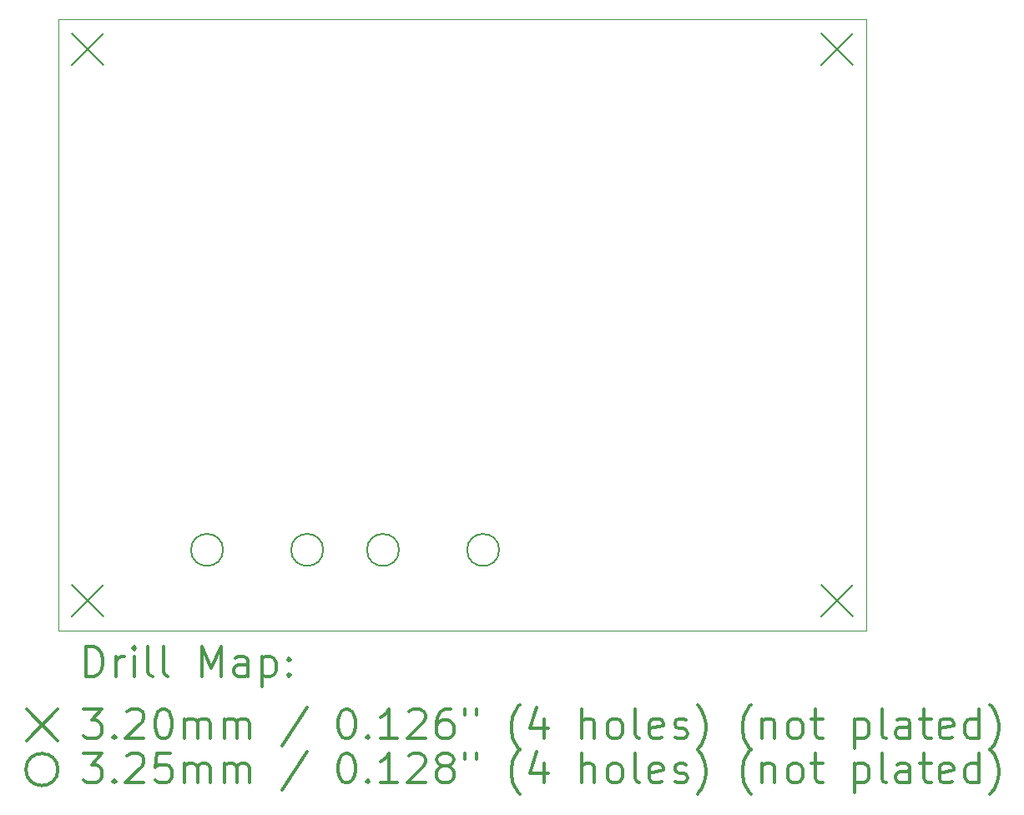
<source format=gbr>
%FSLAX45Y45*%
G04 Gerber Fmt 4.5, Leading zero omitted, Abs format (unit mm)*
G04 Created by KiCad (PCBNEW (5.1.9)-1) date 2021-11-26 16:10:08*
%MOMM*%
%LPD*%
G01*
G04 APERTURE LIST*
%TA.AperFunction,Profile*%
%ADD10C,0.050000*%
%TD*%
%ADD11C,0.200000*%
%ADD12C,0.300000*%
G04 APERTURE END LIST*
D10*
X19400000Y-13200000D02*
X11200000Y-13200000D01*
X11200000Y-13200000D02*
X11200000Y-7000000D01*
X11200000Y-7000000D02*
X19400000Y-7000000D01*
X19400000Y-7000000D02*
X19400000Y-13200000D01*
D11*
X11340000Y-7140000D02*
X11660000Y-7460000D01*
X11660000Y-7140000D02*
X11340000Y-7460000D01*
X11340000Y-12740000D02*
X11660000Y-13060000D01*
X11660000Y-12740000D02*
X11340000Y-13060000D01*
X18940000Y-7140000D02*
X19260000Y-7460000D01*
X19260000Y-7140000D02*
X18940000Y-7460000D01*
X18940000Y-12740000D02*
X19260000Y-13060000D01*
X19260000Y-12740000D02*
X18940000Y-13060000D01*
X12872560Y-12384000D02*
G75*
G03*
X12872560Y-12384000I-162560J0D01*
G01*
X13888560Y-12384000D02*
G75*
G03*
X13888560Y-12384000I-162560J0D01*
G01*
X14657660Y-12384360D02*
G75*
G03*
X14657660Y-12384360I-162560J0D01*
G01*
X15673660Y-12384360D02*
G75*
G03*
X15673660Y-12384360I-162560J0D01*
G01*
D12*
X11483928Y-13668214D02*
X11483928Y-13368214D01*
X11555357Y-13368214D01*
X11598214Y-13382500D01*
X11626786Y-13411071D01*
X11641071Y-13439643D01*
X11655357Y-13496786D01*
X11655357Y-13539643D01*
X11641071Y-13596786D01*
X11626786Y-13625357D01*
X11598214Y-13653929D01*
X11555357Y-13668214D01*
X11483928Y-13668214D01*
X11783928Y-13668214D02*
X11783928Y-13468214D01*
X11783928Y-13525357D02*
X11798214Y-13496786D01*
X11812500Y-13482500D01*
X11841071Y-13468214D01*
X11869643Y-13468214D01*
X11969643Y-13668214D02*
X11969643Y-13468214D01*
X11969643Y-13368214D02*
X11955357Y-13382500D01*
X11969643Y-13396786D01*
X11983928Y-13382500D01*
X11969643Y-13368214D01*
X11969643Y-13396786D01*
X12155357Y-13668214D02*
X12126786Y-13653929D01*
X12112500Y-13625357D01*
X12112500Y-13368214D01*
X12312500Y-13668214D02*
X12283928Y-13653929D01*
X12269643Y-13625357D01*
X12269643Y-13368214D01*
X12655357Y-13668214D02*
X12655357Y-13368214D01*
X12755357Y-13582500D01*
X12855357Y-13368214D01*
X12855357Y-13668214D01*
X13126786Y-13668214D02*
X13126786Y-13511071D01*
X13112500Y-13482500D01*
X13083928Y-13468214D01*
X13026786Y-13468214D01*
X12998214Y-13482500D01*
X13126786Y-13653929D02*
X13098214Y-13668214D01*
X13026786Y-13668214D01*
X12998214Y-13653929D01*
X12983928Y-13625357D01*
X12983928Y-13596786D01*
X12998214Y-13568214D01*
X13026786Y-13553929D01*
X13098214Y-13553929D01*
X13126786Y-13539643D01*
X13269643Y-13468214D02*
X13269643Y-13768214D01*
X13269643Y-13482500D02*
X13298214Y-13468214D01*
X13355357Y-13468214D01*
X13383928Y-13482500D01*
X13398214Y-13496786D01*
X13412500Y-13525357D01*
X13412500Y-13611071D01*
X13398214Y-13639643D01*
X13383928Y-13653929D01*
X13355357Y-13668214D01*
X13298214Y-13668214D01*
X13269643Y-13653929D01*
X13541071Y-13639643D02*
X13555357Y-13653929D01*
X13541071Y-13668214D01*
X13526786Y-13653929D01*
X13541071Y-13639643D01*
X13541071Y-13668214D01*
X13541071Y-13482500D02*
X13555357Y-13496786D01*
X13541071Y-13511071D01*
X13526786Y-13496786D01*
X13541071Y-13482500D01*
X13541071Y-13511071D01*
X10877500Y-14002500D02*
X11197500Y-14322500D01*
X11197500Y-14002500D02*
X10877500Y-14322500D01*
X11455357Y-13998214D02*
X11641071Y-13998214D01*
X11541071Y-14112500D01*
X11583928Y-14112500D01*
X11612500Y-14126786D01*
X11626786Y-14141071D01*
X11641071Y-14169643D01*
X11641071Y-14241071D01*
X11626786Y-14269643D01*
X11612500Y-14283929D01*
X11583928Y-14298214D01*
X11498214Y-14298214D01*
X11469643Y-14283929D01*
X11455357Y-14269643D01*
X11769643Y-14269643D02*
X11783928Y-14283929D01*
X11769643Y-14298214D01*
X11755357Y-14283929D01*
X11769643Y-14269643D01*
X11769643Y-14298214D01*
X11898214Y-14026786D02*
X11912500Y-14012500D01*
X11941071Y-13998214D01*
X12012500Y-13998214D01*
X12041071Y-14012500D01*
X12055357Y-14026786D01*
X12069643Y-14055357D01*
X12069643Y-14083929D01*
X12055357Y-14126786D01*
X11883928Y-14298214D01*
X12069643Y-14298214D01*
X12255357Y-13998214D02*
X12283928Y-13998214D01*
X12312500Y-14012500D01*
X12326786Y-14026786D01*
X12341071Y-14055357D01*
X12355357Y-14112500D01*
X12355357Y-14183929D01*
X12341071Y-14241071D01*
X12326786Y-14269643D01*
X12312500Y-14283929D01*
X12283928Y-14298214D01*
X12255357Y-14298214D01*
X12226786Y-14283929D01*
X12212500Y-14269643D01*
X12198214Y-14241071D01*
X12183928Y-14183929D01*
X12183928Y-14112500D01*
X12198214Y-14055357D01*
X12212500Y-14026786D01*
X12226786Y-14012500D01*
X12255357Y-13998214D01*
X12483928Y-14298214D02*
X12483928Y-14098214D01*
X12483928Y-14126786D02*
X12498214Y-14112500D01*
X12526786Y-14098214D01*
X12569643Y-14098214D01*
X12598214Y-14112500D01*
X12612500Y-14141071D01*
X12612500Y-14298214D01*
X12612500Y-14141071D02*
X12626786Y-14112500D01*
X12655357Y-14098214D01*
X12698214Y-14098214D01*
X12726786Y-14112500D01*
X12741071Y-14141071D01*
X12741071Y-14298214D01*
X12883928Y-14298214D02*
X12883928Y-14098214D01*
X12883928Y-14126786D02*
X12898214Y-14112500D01*
X12926786Y-14098214D01*
X12969643Y-14098214D01*
X12998214Y-14112500D01*
X13012500Y-14141071D01*
X13012500Y-14298214D01*
X13012500Y-14141071D02*
X13026786Y-14112500D01*
X13055357Y-14098214D01*
X13098214Y-14098214D01*
X13126786Y-14112500D01*
X13141071Y-14141071D01*
X13141071Y-14298214D01*
X13726786Y-13983929D02*
X13469643Y-14369643D01*
X14112500Y-13998214D02*
X14141071Y-13998214D01*
X14169643Y-14012500D01*
X14183928Y-14026786D01*
X14198214Y-14055357D01*
X14212500Y-14112500D01*
X14212500Y-14183929D01*
X14198214Y-14241071D01*
X14183928Y-14269643D01*
X14169643Y-14283929D01*
X14141071Y-14298214D01*
X14112500Y-14298214D01*
X14083928Y-14283929D01*
X14069643Y-14269643D01*
X14055357Y-14241071D01*
X14041071Y-14183929D01*
X14041071Y-14112500D01*
X14055357Y-14055357D01*
X14069643Y-14026786D01*
X14083928Y-14012500D01*
X14112500Y-13998214D01*
X14341071Y-14269643D02*
X14355357Y-14283929D01*
X14341071Y-14298214D01*
X14326786Y-14283929D01*
X14341071Y-14269643D01*
X14341071Y-14298214D01*
X14641071Y-14298214D02*
X14469643Y-14298214D01*
X14555357Y-14298214D02*
X14555357Y-13998214D01*
X14526786Y-14041071D01*
X14498214Y-14069643D01*
X14469643Y-14083929D01*
X14755357Y-14026786D02*
X14769643Y-14012500D01*
X14798214Y-13998214D01*
X14869643Y-13998214D01*
X14898214Y-14012500D01*
X14912500Y-14026786D01*
X14926786Y-14055357D01*
X14926786Y-14083929D01*
X14912500Y-14126786D01*
X14741071Y-14298214D01*
X14926786Y-14298214D01*
X15183928Y-13998214D02*
X15126786Y-13998214D01*
X15098214Y-14012500D01*
X15083928Y-14026786D01*
X15055357Y-14069643D01*
X15041071Y-14126786D01*
X15041071Y-14241071D01*
X15055357Y-14269643D01*
X15069643Y-14283929D01*
X15098214Y-14298214D01*
X15155357Y-14298214D01*
X15183928Y-14283929D01*
X15198214Y-14269643D01*
X15212500Y-14241071D01*
X15212500Y-14169643D01*
X15198214Y-14141071D01*
X15183928Y-14126786D01*
X15155357Y-14112500D01*
X15098214Y-14112500D01*
X15069643Y-14126786D01*
X15055357Y-14141071D01*
X15041071Y-14169643D01*
X15326786Y-13998214D02*
X15326786Y-14055357D01*
X15441071Y-13998214D02*
X15441071Y-14055357D01*
X15883928Y-14412500D02*
X15869643Y-14398214D01*
X15841071Y-14355357D01*
X15826786Y-14326786D01*
X15812500Y-14283929D01*
X15798214Y-14212500D01*
X15798214Y-14155357D01*
X15812500Y-14083929D01*
X15826786Y-14041071D01*
X15841071Y-14012500D01*
X15869643Y-13969643D01*
X15883928Y-13955357D01*
X16126786Y-14098214D02*
X16126786Y-14298214D01*
X16055357Y-13983929D02*
X15983928Y-14198214D01*
X16169643Y-14198214D01*
X16512500Y-14298214D02*
X16512500Y-13998214D01*
X16641071Y-14298214D02*
X16641071Y-14141071D01*
X16626786Y-14112500D01*
X16598214Y-14098214D01*
X16555357Y-14098214D01*
X16526786Y-14112500D01*
X16512500Y-14126786D01*
X16826786Y-14298214D02*
X16798214Y-14283929D01*
X16783928Y-14269643D01*
X16769643Y-14241071D01*
X16769643Y-14155357D01*
X16783928Y-14126786D01*
X16798214Y-14112500D01*
X16826786Y-14098214D01*
X16869643Y-14098214D01*
X16898214Y-14112500D01*
X16912500Y-14126786D01*
X16926786Y-14155357D01*
X16926786Y-14241071D01*
X16912500Y-14269643D01*
X16898214Y-14283929D01*
X16869643Y-14298214D01*
X16826786Y-14298214D01*
X17098214Y-14298214D02*
X17069643Y-14283929D01*
X17055357Y-14255357D01*
X17055357Y-13998214D01*
X17326786Y-14283929D02*
X17298214Y-14298214D01*
X17241071Y-14298214D01*
X17212500Y-14283929D01*
X17198214Y-14255357D01*
X17198214Y-14141071D01*
X17212500Y-14112500D01*
X17241071Y-14098214D01*
X17298214Y-14098214D01*
X17326786Y-14112500D01*
X17341071Y-14141071D01*
X17341071Y-14169643D01*
X17198214Y-14198214D01*
X17455357Y-14283929D02*
X17483928Y-14298214D01*
X17541071Y-14298214D01*
X17569643Y-14283929D01*
X17583928Y-14255357D01*
X17583928Y-14241071D01*
X17569643Y-14212500D01*
X17541071Y-14198214D01*
X17498214Y-14198214D01*
X17469643Y-14183929D01*
X17455357Y-14155357D01*
X17455357Y-14141071D01*
X17469643Y-14112500D01*
X17498214Y-14098214D01*
X17541071Y-14098214D01*
X17569643Y-14112500D01*
X17683928Y-14412500D02*
X17698214Y-14398214D01*
X17726786Y-14355357D01*
X17741071Y-14326786D01*
X17755357Y-14283929D01*
X17769643Y-14212500D01*
X17769643Y-14155357D01*
X17755357Y-14083929D01*
X17741071Y-14041071D01*
X17726786Y-14012500D01*
X17698214Y-13969643D01*
X17683928Y-13955357D01*
X18226786Y-14412500D02*
X18212500Y-14398214D01*
X18183928Y-14355357D01*
X18169643Y-14326786D01*
X18155357Y-14283929D01*
X18141071Y-14212500D01*
X18141071Y-14155357D01*
X18155357Y-14083929D01*
X18169643Y-14041071D01*
X18183928Y-14012500D01*
X18212500Y-13969643D01*
X18226786Y-13955357D01*
X18341071Y-14098214D02*
X18341071Y-14298214D01*
X18341071Y-14126786D02*
X18355357Y-14112500D01*
X18383928Y-14098214D01*
X18426786Y-14098214D01*
X18455357Y-14112500D01*
X18469643Y-14141071D01*
X18469643Y-14298214D01*
X18655357Y-14298214D02*
X18626786Y-14283929D01*
X18612500Y-14269643D01*
X18598214Y-14241071D01*
X18598214Y-14155357D01*
X18612500Y-14126786D01*
X18626786Y-14112500D01*
X18655357Y-14098214D01*
X18698214Y-14098214D01*
X18726786Y-14112500D01*
X18741071Y-14126786D01*
X18755357Y-14155357D01*
X18755357Y-14241071D01*
X18741071Y-14269643D01*
X18726786Y-14283929D01*
X18698214Y-14298214D01*
X18655357Y-14298214D01*
X18841071Y-14098214D02*
X18955357Y-14098214D01*
X18883928Y-13998214D02*
X18883928Y-14255357D01*
X18898214Y-14283929D01*
X18926786Y-14298214D01*
X18955357Y-14298214D01*
X19283928Y-14098214D02*
X19283928Y-14398214D01*
X19283928Y-14112500D02*
X19312500Y-14098214D01*
X19369643Y-14098214D01*
X19398214Y-14112500D01*
X19412500Y-14126786D01*
X19426786Y-14155357D01*
X19426786Y-14241071D01*
X19412500Y-14269643D01*
X19398214Y-14283929D01*
X19369643Y-14298214D01*
X19312500Y-14298214D01*
X19283928Y-14283929D01*
X19598214Y-14298214D02*
X19569643Y-14283929D01*
X19555357Y-14255357D01*
X19555357Y-13998214D01*
X19841071Y-14298214D02*
X19841071Y-14141071D01*
X19826786Y-14112500D01*
X19798214Y-14098214D01*
X19741071Y-14098214D01*
X19712500Y-14112500D01*
X19841071Y-14283929D02*
X19812500Y-14298214D01*
X19741071Y-14298214D01*
X19712500Y-14283929D01*
X19698214Y-14255357D01*
X19698214Y-14226786D01*
X19712500Y-14198214D01*
X19741071Y-14183929D01*
X19812500Y-14183929D01*
X19841071Y-14169643D01*
X19941071Y-14098214D02*
X20055357Y-14098214D01*
X19983928Y-13998214D02*
X19983928Y-14255357D01*
X19998214Y-14283929D01*
X20026786Y-14298214D01*
X20055357Y-14298214D01*
X20269643Y-14283929D02*
X20241071Y-14298214D01*
X20183928Y-14298214D01*
X20155357Y-14283929D01*
X20141071Y-14255357D01*
X20141071Y-14141071D01*
X20155357Y-14112500D01*
X20183928Y-14098214D01*
X20241071Y-14098214D01*
X20269643Y-14112500D01*
X20283928Y-14141071D01*
X20283928Y-14169643D01*
X20141071Y-14198214D01*
X20541071Y-14298214D02*
X20541071Y-13998214D01*
X20541071Y-14283929D02*
X20512500Y-14298214D01*
X20455357Y-14298214D01*
X20426786Y-14283929D01*
X20412500Y-14269643D01*
X20398214Y-14241071D01*
X20398214Y-14155357D01*
X20412500Y-14126786D01*
X20426786Y-14112500D01*
X20455357Y-14098214D01*
X20512500Y-14098214D01*
X20541071Y-14112500D01*
X20655357Y-14412500D02*
X20669643Y-14398214D01*
X20698214Y-14355357D01*
X20712500Y-14326786D01*
X20726786Y-14283929D01*
X20741071Y-14212500D01*
X20741071Y-14155357D01*
X20726786Y-14083929D01*
X20712500Y-14041071D01*
X20698214Y-14012500D01*
X20669643Y-13969643D01*
X20655357Y-13955357D01*
X11197500Y-14612500D02*
G75*
G03*
X11197500Y-14612500I-162560J0D01*
G01*
X11455357Y-14448214D02*
X11641071Y-14448214D01*
X11541071Y-14562500D01*
X11583928Y-14562500D01*
X11612500Y-14576786D01*
X11626786Y-14591071D01*
X11641071Y-14619643D01*
X11641071Y-14691071D01*
X11626786Y-14719643D01*
X11612500Y-14733929D01*
X11583928Y-14748214D01*
X11498214Y-14748214D01*
X11469643Y-14733929D01*
X11455357Y-14719643D01*
X11769643Y-14719643D02*
X11783928Y-14733929D01*
X11769643Y-14748214D01*
X11755357Y-14733929D01*
X11769643Y-14719643D01*
X11769643Y-14748214D01*
X11898214Y-14476786D02*
X11912500Y-14462500D01*
X11941071Y-14448214D01*
X12012500Y-14448214D01*
X12041071Y-14462500D01*
X12055357Y-14476786D01*
X12069643Y-14505357D01*
X12069643Y-14533929D01*
X12055357Y-14576786D01*
X11883928Y-14748214D01*
X12069643Y-14748214D01*
X12341071Y-14448214D02*
X12198214Y-14448214D01*
X12183928Y-14591071D01*
X12198214Y-14576786D01*
X12226786Y-14562500D01*
X12298214Y-14562500D01*
X12326786Y-14576786D01*
X12341071Y-14591071D01*
X12355357Y-14619643D01*
X12355357Y-14691071D01*
X12341071Y-14719643D01*
X12326786Y-14733929D01*
X12298214Y-14748214D01*
X12226786Y-14748214D01*
X12198214Y-14733929D01*
X12183928Y-14719643D01*
X12483928Y-14748214D02*
X12483928Y-14548214D01*
X12483928Y-14576786D02*
X12498214Y-14562500D01*
X12526786Y-14548214D01*
X12569643Y-14548214D01*
X12598214Y-14562500D01*
X12612500Y-14591071D01*
X12612500Y-14748214D01*
X12612500Y-14591071D02*
X12626786Y-14562500D01*
X12655357Y-14548214D01*
X12698214Y-14548214D01*
X12726786Y-14562500D01*
X12741071Y-14591071D01*
X12741071Y-14748214D01*
X12883928Y-14748214D02*
X12883928Y-14548214D01*
X12883928Y-14576786D02*
X12898214Y-14562500D01*
X12926786Y-14548214D01*
X12969643Y-14548214D01*
X12998214Y-14562500D01*
X13012500Y-14591071D01*
X13012500Y-14748214D01*
X13012500Y-14591071D02*
X13026786Y-14562500D01*
X13055357Y-14548214D01*
X13098214Y-14548214D01*
X13126786Y-14562500D01*
X13141071Y-14591071D01*
X13141071Y-14748214D01*
X13726786Y-14433929D02*
X13469643Y-14819643D01*
X14112500Y-14448214D02*
X14141071Y-14448214D01*
X14169643Y-14462500D01*
X14183928Y-14476786D01*
X14198214Y-14505357D01*
X14212500Y-14562500D01*
X14212500Y-14633929D01*
X14198214Y-14691071D01*
X14183928Y-14719643D01*
X14169643Y-14733929D01*
X14141071Y-14748214D01*
X14112500Y-14748214D01*
X14083928Y-14733929D01*
X14069643Y-14719643D01*
X14055357Y-14691071D01*
X14041071Y-14633929D01*
X14041071Y-14562500D01*
X14055357Y-14505357D01*
X14069643Y-14476786D01*
X14083928Y-14462500D01*
X14112500Y-14448214D01*
X14341071Y-14719643D02*
X14355357Y-14733929D01*
X14341071Y-14748214D01*
X14326786Y-14733929D01*
X14341071Y-14719643D01*
X14341071Y-14748214D01*
X14641071Y-14748214D02*
X14469643Y-14748214D01*
X14555357Y-14748214D02*
X14555357Y-14448214D01*
X14526786Y-14491071D01*
X14498214Y-14519643D01*
X14469643Y-14533929D01*
X14755357Y-14476786D02*
X14769643Y-14462500D01*
X14798214Y-14448214D01*
X14869643Y-14448214D01*
X14898214Y-14462500D01*
X14912500Y-14476786D01*
X14926786Y-14505357D01*
X14926786Y-14533929D01*
X14912500Y-14576786D01*
X14741071Y-14748214D01*
X14926786Y-14748214D01*
X15098214Y-14576786D02*
X15069643Y-14562500D01*
X15055357Y-14548214D01*
X15041071Y-14519643D01*
X15041071Y-14505357D01*
X15055357Y-14476786D01*
X15069643Y-14462500D01*
X15098214Y-14448214D01*
X15155357Y-14448214D01*
X15183928Y-14462500D01*
X15198214Y-14476786D01*
X15212500Y-14505357D01*
X15212500Y-14519643D01*
X15198214Y-14548214D01*
X15183928Y-14562500D01*
X15155357Y-14576786D01*
X15098214Y-14576786D01*
X15069643Y-14591071D01*
X15055357Y-14605357D01*
X15041071Y-14633929D01*
X15041071Y-14691071D01*
X15055357Y-14719643D01*
X15069643Y-14733929D01*
X15098214Y-14748214D01*
X15155357Y-14748214D01*
X15183928Y-14733929D01*
X15198214Y-14719643D01*
X15212500Y-14691071D01*
X15212500Y-14633929D01*
X15198214Y-14605357D01*
X15183928Y-14591071D01*
X15155357Y-14576786D01*
X15326786Y-14448214D02*
X15326786Y-14505357D01*
X15441071Y-14448214D02*
X15441071Y-14505357D01*
X15883928Y-14862500D02*
X15869643Y-14848214D01*
X15841071Y-14805357D01*
X15826786Y-14776786D01*
X15812500Y-14733929D01*
X15798214Y-14662500D01*
X15798214Y-14605357D01*
X15812500Y-14533929D01*
X15826786Y-14491071D01*
X15841071Y-14462500D01*
X15869643Y-14419643D01*
X15883928Y-14405357D01*
X16126786Y-14548214D02*
X16126786Y-14748214D01*
X16055357Y-14433929D02*
X15983928Y-14648214D01*
X16169643Y-14648214D01*
X16512500Y-14748214D02*
X16512500Y-14448214D01*
X16641071Y-14748214D02*
X16641071Y-14591071D01*
X16626786Y-14562500D01*
X16598214Y-14548214D01*
X16555357Y-14548214D01*
X16526786Y-14562500D01*
X16512500Y-14576786D01*
X16826786Y-14748214D02*
X16798214Y-14733929D01*
X16783928Y-14719643D01*
X16769643Y-14691071D01*
X16769643Y-14605357D01*
X16783928Y-14576786D01*
X16798214Y-14562500D01*
X16826786Y-14548214D01*
X16869643Y-14548214D01*
X16898214Y-14562500D01*
X16912500Y-14576786D01*
X16926786Y-14605357D01*
X16926786Y-14691071D01*
X16912500Y-14719643D01*
X16898214Y-14733929D01*
X16869643Y-14748214D01*
X16826786Y-14748214D01*
X17098214Y-14748214D02*
X17069643Y-14733929D01*
X17055357Y-14705357D01*
X17055357Y-14448214D01*
X17326786Y-14733929D02*
X17298214Y-14748214D01*
X17241071Y-14748214D01*
X17212500Y-14733929D01*
X17198214Y-14705357D01*
X17198214Y-14591071D01*
X17212500Y-14562500D01*
X17241071Y-14548214D01*
X17298214Y-14548214D01*
X17326786Y-14562500D01*
X17341071Y-14591071D01*
X17341071Y-14619643D01*
X17198214Y-14648214D01*
X17455357Y-14733929D02*
X17483928Y-14748214D01*
X17541071Y-14748214D01*
X17569643Y-14733929D01*
X17583928Y-14705357D01*
X17583928Y-14691071D01*
X17569643Y-14662500D01*
X17541071Y-14648214D01*
X17498214Y-14648214D01*
X17469643Y-14633929D01*
X17455357Y-14605357D01*
X17455357Y-14591071D01*
X17469643Y-14562500D01*
X17498214Y-14548214D01*
X17541071Y-14548214D01*
X17569643Y-14562500D01*
X17683928Y-14862500D02*
X17698214Y-14848214D01*
X17726786Y-14805357D01*
X17741071Y-14776786D01*
X17755357Y-14733929D01*
X17769643Y-14662500D01*
X17769643Y-14605357D01*
X17755357Y-14533929D01*
X17741071Y-14491071D01*
X17726786Y-14462500D01*
X17698214Y-14419643D01*
X17683928Y-14405357D01*
X18226786Y-14862500D02*
X18212500Y-14848214D01*
X18183928Y-14805357D01*
X18169643Y-14776786D01*
X18155357Y-14733929D01*
X18141071Y-14662500D01*
X18141071Y-14605357D01*
X18155357Y-14533929D01*
X18169643Y-14491071D01*
X18183928Y-14462500D01*
X18212500Y-14419643D01*
X18226786Y-14405357D01*
X18341071Y-14548214D02*
X18341071Y-14748214D01*
X18341071Y-14576786D02*
X18355357Y-14562500D01*
X18383928Y-14548214D01*
X18426786Y-14548214D01*
X18455357Y-14562500D01*
X18469643Y-14591071D01*
X18469643Y-14748214D01*
X18655357Y-14748214D02*
X18626786Y-14733929D01*
X18612500Y-14719643D01*
X18598214Y-14691071D01*
X18598214Y-14605357D01*
X18612500Y-14576786D01*
X18626786Y-14562500D01*
X18655357Y-14548214D01*
X18698214Y-14548214D01*
X18726786Y-14562500D01*
X18741071Y-14576786D01*
X18755357Y-14605357D01*
X18755357Y-14691071D01*
X18741071Y-14719643D01*
X18726786Y-14733929D01*
X18698214Y-14748214D01*
X18655357Y-14748214D01*
X18841071Y-14548214D02*
X18955357Y-14548214D01*
X18883928Y-14448214D02*
X18883928Y-14705357D01*
X18898214Y-14733929D01*
X18926786Y-14748214D01*
X18955357Y-14748214D01*
X19283928Y-14548214D02*
X19283928Y-14848214D01*
X19283928Y-14562500D02*
X19312500Y-14548214D01*
X19369643Y-14548214D01*
X19398214Y-14562500D01*
X19412500Y-14576786D01*
X19426786Y-14605357D01*
X19426786Y-14691071D01*
X19412500Y-14719643D01*
X19398214Y-14733929D01*
X19369643Y-14748214D01*
X19312500Y-14748214D01*
X19283928Y-14733929D01*
X19598214Y-14748214D02*
X19569643Y-14733929D01*
X19555357Y-14705357D01*
X19555357Y-14448214D01*
X19841071Y-14748214D02*
X19841071Y-14591071D01*
X19826786Y-14562500D01*
X19798214Y-14548214D01*
X19741071Y-14548214D01*
X19712500Y-14562500D01*
X19841071Y-14733929D02*
X19812500Y-14748214D01*
X19741071Y-14748214D01*
X19712500Y-14733929D01*
X19698214Y-14705357D01*
X19698214Y-14676786D01*
X19712500Y-14648214D01*
X19741071Y-14633929D01*
X19812500Y-14633929D01*
X19841071Y-14619643D01*
X19941071Y-14548214D02*
X20055357Y-14548214D01*
X19983928Y-14448214D02*
X19983928Y-14705357D01*
X19998214Y-14733929D01*
X20026786Y-14748214D01*
X20055357Y-14748214D01*
X20269643Y-14733929D02*
X20241071Y-14748214D01*
X20183928Y-14748214D01*
X20155357Y-14733929D01*
X20141071Y-14705357D01*
X20141071Y-14591071D01*
X20155357Y-14562500D01*
X20183928Y-14548214D01*
X20241071Y-14548214D01*
X20269643Y-14562500D01*
X20283928Y-14591071D01*
X20283928Y-14619643D01*
X20141071Y-14648214D01*
X20541071Y-14748214D02*
X20541071Y-14448214D01*
X20541071Y-14733929D02*
X20512500Y-14748214D01*
X20455357Y-14748214D01*
X20426786Y-14733929D01*
X20412500Y-14719643D01*
X20398214Y-14691071D01*
X20398214Y-14605357D01*
X20412500Y-14576786D01*
X20426786Y-14562500D01*
X20455357Y-14548214D01*
X20512500Y-14548214D01*
X20541071Y-14562500D01*
X20655357Y-14862500D02*
X20669643Y-14848214D01*
X20698214Y-14805357D01*
X20712500Y-14776786D01*
X20726786Y-14733929D01*
X20741071Y-14662500D01*
X20741071Y-14605357D01*
X20726786Y-14533929D01*
X20712500Y-14491071D01*
X20698214Y-14462500D01*
X20669643Y-14419643D01*
X20655357Y-14405357D01*
M02*

</source>
